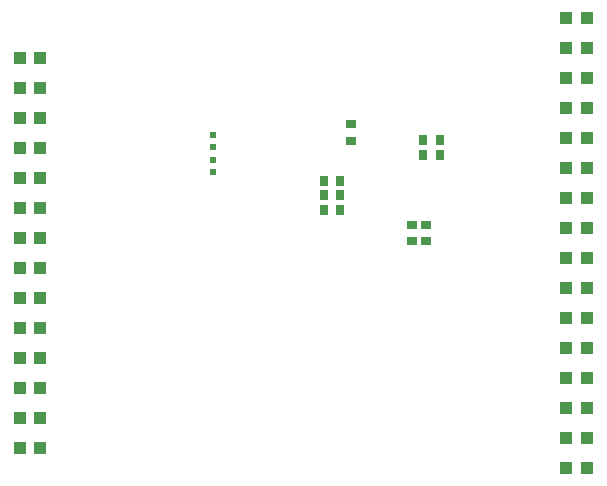
<source format=gbp>
G04*
G04 #@! TF.GenerationSoftware,Altium Limited,Altium Designer,22.3.1 (43)*
G04*
G04 Layer_Color=128*
%FSLAX25Y25*%
%MOIN*%
G70*
G04*
G04 #@! TF.SameCoordinates,37EF6849-63C4-43C5-BECF-61DC3FF8894A*
G04*
G04*
G04 #@! TF.FilePolarity,Positive*
G04*
G01*
G75*
%ADD22R,0.03937X0.04331*%
%ADD70R,0.03150X0.03543*%
%ADD71R,0.03543X0.03150*%
%ADD72R,0.01968X0.02362*%
D22*
X22713Y184700D02*
D03*
X29406D02*
D03*
X22713Y174700D02*
D03*
X29406D02*
D03*
X22713Y164700D02*
D03*
X29406D02*
D03*
X22713Y154700D02*
D03*
X29406D02*
D03*
X22713Y144700D02*
D03*
X29406D02*
D03*
X22713Y134700D02*
D03*
X29406D02*
D03*
X22713Y124700D02*
D03*
X29406D02*
D03*
X22713Y114700D02*
D03*
X29406D02*
D03*
X22713Y104700D02*
D03*
X29406D02*
D03*
X22713Y94700D02*
D03*
X29406D02*
D03*
X22713Y84700D02*
D03*
X29406D02*
D03*
X22713Y74700D02*
D03*
X29406D02*
D03*
X22713Y64700D02*
D03*
X29406D02*
D03*
X22713Y54700D02*
D03*
X29406D02*
D03*
X211446Y198200D02*
D03*
X204753D02*
D03*
X211446Y188100D02*
D03*
X204753D02*
D03*
X211446Y178100D02*
D03*
X204753D02*
D03*
X211446Y168300D02*
D03*
X204753D02*
D03*
X211446Y158200D02*
D03*
X204753D02*
D03*
X211446Y148200D02*
D03*
X204753D02*
D03*
X211446Y138200D02*
D03*
X204753D02*
D03*
X211446Y128100D02*
D03*
X204753D02*
D03*
X211446Y118100D02*
D03*
X204753D02*
D03*
X211446Y108200D02*
D03*
X204753D02*
D03*
X211446Y98200D02*
D03*
X204753D02*
D03*
X211446Y88200D02*
D03*
X204753D02*
D03*
X211446Y78200D02*
D03*
X204753D02*
D03*
X211446Y68200D02*
D03*
X204753D02*
D03*
X211446Y58200D02*
D03*
X204753D02*
D03*
X211446Y48200D02*
D03*
X204753D02*
D03*
D70*
X123786Y143806D02*
D03*
X129298D02*
D03*
X123786Y134062D02*
D03*
X129298D02*
D03*
X123786Y139062D02*
D03*
X129298D02*
D03*
X162554Y152562D02*
D03*
X157042D02*
D03*
X162554Y157562D02*
D03*
X157042D02*
D03*
D71*
X153297Y123806D02*
D03*
Y129318D02*
D03*
X158042Y123806D02*
D03*
Y129318D02*
D03*
X132814Y162808D02*
D03*
Y157296D02*
D03*
D72*
X87042Y150897D02*
D03*
Y146960D02*
D03*
Y155228D02*
D03*
Y159165D02*
D03*
M02*

</source>
